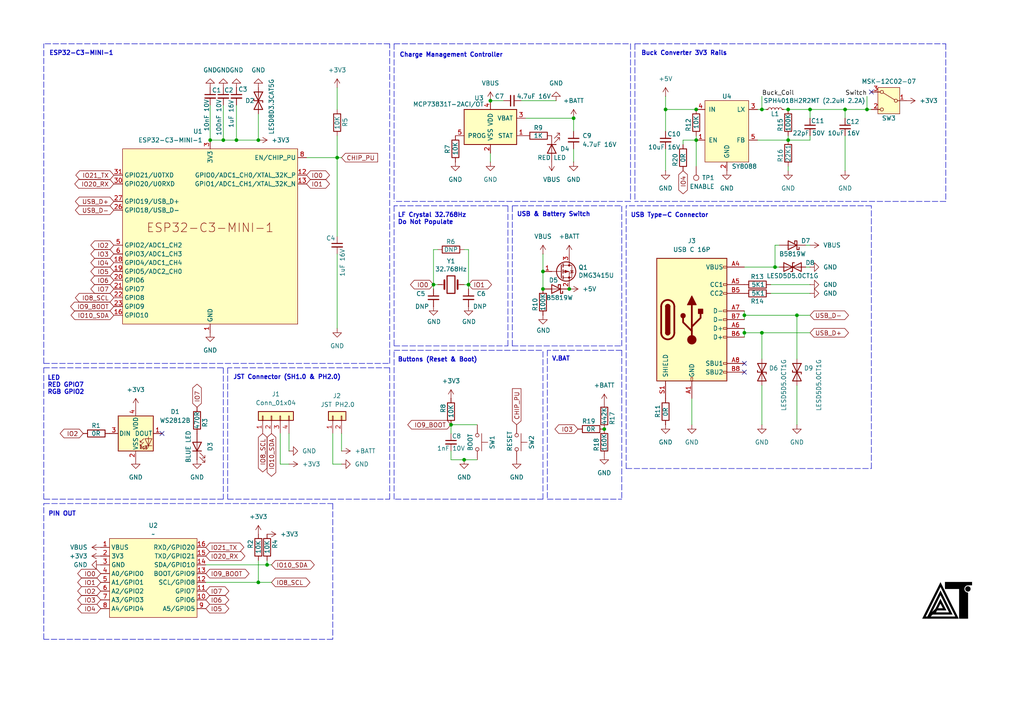
<source format=kicad_sch>
(kicad_sch (version 20231120) (generator "eeschema") (generator_version "8.0")
  (paper "A4")
  (title_block (title "esp-unit-c3-v3") (date "2025-05-04") (rev "3.0"))
  (junction (at 224.79 77.47))
  (junction (at 60.96 40.64))
  (junction (at 193.04 31.75))
  (junction (at 231.14 91.44))
  (junction (at 74.93 40.64))
  (junction (at 234.95 31.75))
  (junction (at 64.77 40.64))
  (junction (at 175.26 124.46))
  (junction (at 215.9 91.44))
  (junction (at 97.79 45.72))
  (junction (at 251.46 31.75))
  (junction (at 134.62 133.35))
  (junction (at 220.98 31.75))
  (junction (at 142.24 29.21))
  (junction (at 166.37 34.29))
  (junction (at 245.11 31.75))
  (junction (at 68.58 40.64))
  (junction (at 77.47 163.83))
  (junction (at 220.98 96.52))
  (junction (at 215.9 96.52))
  (junction (at 157.48 83.82))
  (junction (at 228.6 31.75))
  (junction (at 201.93 31.75))
  (junction (at 125.73 82.55))
  (junction (at 130.81 123.19))
  (junction (at 228.6 40.64))
  (junction (at 165.1 83.82))
  (junction (at 135.89 82.55))
  (junction (at 201.93 40.64))
  (junction (at 74.93 168.91))
  (junction (at 157.48 78.74))
  (no_connect (at 215.9 107.95))
  (no_connect (at 252.73 26.67))
  (no_connect (at 46.99 125.73))
  (no_connect (at 215.9 105.41))
  (wire (pts (xy 193.04 38.1) (xy 193.04 31.75)))
  (wire (pts (xy 224.79 77.47) (xy 226.06 77.47)))
  (wire (pts (xy 220.98 31.75) (xy 222.25 31.75)))
  (wire (pts (xy 251.46 27.94) (xy 251.46 31.75)))
  (wire (pts (xy 231.14 91.44) (xy 234.95 91.44)))
  (wire (pts (xy 74.93 40.64) (xy 74.93 33.02)))
  (polyline (pts (xy 12.7 105.41) (xy 12.7 12.7)) (stroke (width 0) (type dash)))
  (wire (pts (xy 99.06 134.62) (xy 96.52 134.62)))
  (wire (pts (xy 228.6 49.53) (xy 228.6 48.26)))
  (wire (pts (xy 234.95 71.12) (xy 233.68 71.12)))
  (wire (pts (xy 234.95 39.37) (xy 234.95 40.64)))
  (wire (pts (xy 146.05 29.21) (xy 142.24 29.21)))
  (wire (pts (xy 231.14 91.44) (xy 215.9 91.44)))
  (wire (pts (xy 234.95 34.29) (xy 234.95 31.75)))
  (polyline (pts (xy 12.7 105.41) (xy 113.03 105.41)) (stroke (width 0) (type dash)))
  (polyline (pts (xy 182.88 58.42) (xy 114.3 58.42)) (stroke (width 0) (type dash)))
  (polyline (pts (xy 157.48 144.78) (xy 114.3 144.78)) (stroke (width 0) (type dash)))
  (polyline (pts (xy 252.73 59.69) (xy 181.61 59.69)) (stroke (width 0) (type dash)))
  (wire (pts (xy 157.48 78.74) (xy 157.48 83.82)))
  (wire (pts (xy 77.47 163.83) (xy 78.74 163.83)))
  (wire (pts (xy 193.04 31.75) (xy 201.93 31.75)))
  (wire (pts (xy 157.48 73.66) (xy 157.48 78.74)))
  (wire (pts (xy 234.95 31.75) (xy 245.11 31.75)))
  (wire (pts (xy 130.81 123.19) (xy 130.81 125.73)))
  (wire (pts (xy 74.93 162.56) (xy 74.93 168.91)))
  (wire (pts (xy 220.98 123.19) (xy 220.98 111.76)))
  (polyline (pts (xy 12.7 146.05) (xy 96.52 146.05)) (stroke (width 0) (type dash)))
  (polyline (pts (xy 147.32 59.69) (xy 114.3 59.69)) (stroke (width 0) (type dash)))
  (wire (pts (xy 215.9 96.52) (xy 220.98 96.52)))
  (wire (pts (xy 220.98 96.52) (xy 220.98 104.14)))
  (wire (pts (xy 228.6 39.37) (xy 228.6 40.64)))
  (wire (pts (xy 81.28 134.62) (xy 81.28 125.73)))
  (wire (pts (xy 193.04 27.94) (xy 193.04 31.75)))
  (wire (pts (xy 97.79 95.25) (xy 97.79 73.66)))
  (wire (pts (xy 83.82 125.73) (xy 83.82 130.81)))
  (polyline (pts (xy 158.75 144.78) (xy 180.34 144.78)) (stroke (width 0) (type dash)))
  (polyline (pts (xy 148.59 100.33) (xy 148.59 59.69)) (stroke (width 0) (type dash)))
  (wire (pts (xy 228.6 40.64) (xy 219.71 40.64)))
  (wire (pts (xy 99.06 130.81) (xy 99.06 125.73)))
  (polyline (pts (xy 12.7 185.42) (xy 12.7 146.05)) (stroke (width 0) (type dash)))
  (wire (pts (xy 166.37 38.1) (xy 166.37 34.29)))
  (wire (pts (xy 97.79 25.4) (xy 97.79 31.75)))
  (wire (pts (xy 215.9 96.52) (xy 215.9 97.79)))
  (polyline (pts (xy 113.03 106.68) (xy 66.04 106.68)) (stroke (width 0) (type dash)))
  (wire (pts (xy 135.89 82.55) (xy 134.62 82.55)))
  (polyline (pts (xy 181.61 135.89) (xy 252.73 135.89)) (stroke (width 0) (type dash)))
  (wire (pts (xy 215.9 77.47) (xy 224.79 77.47)))
  (wire (pts (xy 215.9 90.17) (xy 215.9 91.44)))
  (wire (pts (xy 215.9 95.25) (xy 215.9 96.52)))
  (polyline (pts (xy 148.59 100.33) (xy 180.34 100.33)) (stroke (width 0) (type dash)))
  (wire (pts (xy 166.37 46.99) (xy 166.37 43.18)))
  (polyline (pts (xy 147.32 100.33) (xy 147.32 59.69)) (stroke (width 0) (type dash)))
  (polyline (pts (xy 96.52 185.42) (xy 12.7 185.42)) (stroke (width 0) (type dash)))
  (polyline (pts (xy 113.03 144.78) (xy 113.03 106.68)) (stroke (width 0) (type dash)))
  (polyline (pts (xy 181.61 135.89) (xy 181.61 59.69)) (stroke (width 0) (type dash)))
  (wire (pts (xy 251.46 31.75) (xy 252.73 31.75)))
  (wire (pts (xy 77.47 163.83) (xy 59.69 163.83)))
  (wire (pts (xy 125.73 72.39) (xy 125.73 82.55)))
  (polyline (pts (xy 184.15 12.7) (xy 184.15 58.42)) (stroke (width 0) (type dash)))
  (polyline (pts (xy 114.3 100.33) (xy 147.32 100.33)) (stroke (width 0) (type dash)))
  (wire (pts (xy 198.12 40.64) (xy 201.93 40.64)))
  (polyline (pts (xy 113.03 105.41) (xy 113.03 12.7)) (stroke (width 0) (type dash)))
  (wire (pts (xy 231.14 111.76) (xy 231.14 123.19)))
  (polyline (pts (xy 274.32 58.42) (xy 184.15 58.42)) (stroke (width 0) (type dash)))
  (wire (pts (xy 245.11 49.53) (xy 245.11 39.37)))
  (wire (pts (xy 130.81 123.19) (xy 138.43 123.19)))
  (wire (pts (xy 198.12 41.91) (xy 198.12 40.64)))
  (wire (pts (xy 127 72.39) (xy 125.73 72.39)))
  (wire (pts (xy 88.9 45.72) (xy 97.79 45.72)))
  (wire (pts (xy 77.47 162.56) (xy 77.47 163.83)))
  (wire (pts (xy 201.93 39.37) (xy 201.93 40.64)))
  (wire (pts (xy 220.98 27.94) (xy 220.98 31.75)))
  (wire (pts (xy 97.79 39.37) (xy 97.79 45.72)))
  (polyline (pts (xy 157.48 144.78) (xy 157.48 101.6)) (stroke (width 0) (type dash)))
  (polyline (pts (xy 66.04 106.68) (xy 66.04 144.78)) (stroke (width 0) (type dash)))
  (wire (pts (xy 220.98 96.52) (xy 234.95 96.52)))
  (wire (pts (xy 83.82 134.62) (xy 81.28 134.62)))
  (wire (pts (xy 245.11 31.75) (xy 251.46 31.75)))
  (wire (pts (xy 234.95 82.55) (xy 223.52 82.55)))
  (wire (pts (xy 245.11 31.75) (xy 245.11 34.29)))
  (polyline (pts (xy 96.52 146.05) (xy 96.52 185.42)) (stroke (width 0) (type dash)))
  (wire (pts (xy 134.62 72.39) (xy 135.89 72.39)))
  (wire (pts (xy 228.6 31.75) (xy 227.33 31.75)))
  (polyline (pts (xy 12.7 144.78) (xy 12.7 106.68)) (stroke (width 0) (type dash)))
  (polyline (pts (xy 114.3 12.7) (xy 114.3 58.42)) (stroke (width 0) (type dash)))
  (polyline (pts (xy 114.3 144.78) (xy 114.3 101.6)) (stroke (width 0) (type dash)))
  (polyline (pts (xy 180.34 101.6) (xy 158.75 101.6)) (stroke (width 0) (type dash)))
  (wire (pts (xy 231.14 104.14) (xy 231.14 91.44)))
  (wire (pts (xy 142.24 46.99) (xy 142.24 44.45)))
  (polyline (pts (xy 158.75 101.6) (xy 158.75 144.78)) (stroke (width 0) (type dash)))
  (wire (pts (xy 234.95 85.09) (xy 223.52 85.09)))
  (polyline (pts (xy 180.34 101.6) (xy 180.34 144.78)) (stroke (width 0) (type dash)))
  (wire (pts (xy 234.95 77.47) (xy 233.68 77.47)))
  (polyline (pts (xy 180.34 100.33) (xy 180.34 59.69)) (stroke (width 0) (type dash)))
  (wire (pts (xy 193.04 49.53) (xy 193.04 43.18)))
  (wire (pts (xy 224.79 71.12) (xy 224.79 77.47)))
  (polyline (pts (xy 184.15 12.7) (xy 274.32 12.7)) (stroke (width 0) (type dash)))
  (wire (pts (xy 125.73 82.55) (xy 127 82.55)))
  (polyline (pts (xy 274.32 12.7) (xy 274.32 58.42)) (stroke (width 0) (type dash)))
  (wire (pts (xy 161.29 29.21) (xy 151.13 29.21)))
  (wire (pts (xy 60.96 40.64) (xy 64.77 40.64)))
  (wire (pts (xy 64.77 40.64) (xy 68.58 40.64)))
  (wire (pts (xy 201.93 48.26) (xy 201.93 40.64)))
  (wire (pts (xy 59.69 168.91) (xy 74.93 168.91)))
  (wire (pts (xy 125.73 83.82) (xy 125.73 82.55)))
  (polyline (pts (xy 148.59 59.69) (xy 180.34 59.69)) (stroke (width 0) (type dash)))
  (polyline (pts (xy 66.04 144.78) (xy 113.03 144.78)) (stroke (width 0) (type dash)))
  (wire (pts (xy 234.95 40.64) (xy 228.6 40.64)))
  (polyline (pts (xy 252.73 135.89) (xy 252.73 59.69)) (stroke (width 0) (type dash)))
  (wire (pts (xy 224.79 71.12) (xy 226.06 71.12)))
  (wire (pts (xy 74.93 168.91) (xy 78.74 168.91)))
  (wire (pts (xy 234.95 31.75) (xy 228.6 31.75)))
  (wire (pts (xy 138.43 133.35) (xy 134.62 133.35)))
  (wire (pts (xy 68.58 40.64) (xy 74.93 40.64)))
  (wire (pts (xy 135.89 72.39) (xy 135.89 82.55)))
  (wire (pts (xy 60.96 30.48) (xy 60.96 40.64)))
  (polyline (pts (xy 113.03 12.7) (xy 12.7 12.7)) (stroke (width 0) (type dash)))
  (wire (pts (xy 135.89 83.82) (xy 135.89 82.55)))
  (polyline (pts (xy 64.77 144.78) (xy 12.7 144.78)) (stroke (width 0) (type dash)))
  (polyline (pts (xy 114.3 59.69) (xy 114.3 100.33)) (stroke (width 0) (type dash)))
  (polyline (pts (xy 182.88 12.7) (xy 182.88 58.42)) (stroke (width 0) (type dash)))
  (wire (pts (xy 219.71 31.75) (xy 220.98 31.75)))
  (wire (pts (xy 97.79 68.58) (xy 97.79 45.72)))
  (wire (pts (xy 215.9 91.44) (xy 215.9 92.71)))
  (wire (pts (xy 130.81 133.35) (xy 130.81 130.81)))
  (wire (pts (xy 64.77 30.48) (xy 64.77 40.64)))
  (wire (pts (xy 200.66 123.19) (xy 200.66 115.57)))
  (polyline (pts (xy 114.3 101.6) (xy 157.48 101.6)) (stroke (width 0) (type dash)))
  (wire (pts (xy 134.62 133.35) (xy 130.81 133.35)))
  (polyline (pts (xy 114.3 12.7) (xy 182.88 12.7)) (stroke (width 0) (type dash)))
  (wire (pts (xy 97.79 45.72) (xy 99.06 45.72)))
  (polyline (pts (xy 64.77 106.68) (xy 64.77 144.78)) (stroke (width 0) (type dash)))
  (wire (pts (xy 68.58 30.48) (xy 68.58 40.64)))
  (wire (pts (xy 96.52 134.62) (xy 96.52 125.73)))
  (wire (pts (xy 166.37 34.29) (xy 152.4 34.29)))
  (polyline (pts (xy 12.7 106.68) (xy 64.77 106.68)) (stroke (width 0) (type dash)))
  (image (at 274.32 173.99) (scale 0.359998))
  (text "LED\nRED GPIO7\nRGB GPIO2" (at 13.716 114.554 0) (effects (font (size 1.27 1.27) (thickness 0.254) (bold yes)) (justify left bottom)))
  (text "LF Crystal 32.768Hz \nDo Not Populate" (at 115.316 65.278 0) (effects (font (size 1.27 1.27) (thickness 0.254) (bold yes)) (justify left bottom)))
  (text "JST Connector (SH1.0 & PH2.0)\n" (at 67.564 110.236 0) (effects (font (size 1.27 1.27) (thickness 0.254) (bold yes)) (justify left bottom)))
  (text "Charge Management Controller" (at 115.824 16.764 0) (effects (font (size 1.27 1.27) (thickness 0.254) (bold yes)) (justify left bottom)))
  (text "PIN OUT\n" (at 13.97 149.86 0) (effects (font (size 1.27 1.27) (thickness 0.254) (bold yes)) (justify left bottom)))
  (text "Buck Converter 3V3 Rails" (at 185.928 16.256 0) (effects (font (size 1.27 1.27) (thickness 0.254) (bold yes)) (justify left bottom)))
  (text "USB & Battery Switch" (at 149.86 62.992 0) (effects (font (size 1.27 1.27) (thickness 0.254) (bold yes)) (justify left bottom)))
  (text "Buttons (Reset & Boot)" (at 115.316 105.156 0) (effects (font (size 1.27 1.27) (thickness 0.254) (bold yes)) (justify left bottom)))
  (text "V.BAT" (at 160.02 104.902 0) (effects (font (size 1.27 1.27) (thickness 0.254) (bold yes)) (justify left bottom)))
  (text "USB Type-C Connector" (at 182.88 63.246 0) (effects (font (size 1.27 1.27) (thickness 0.254) (bold yes)) (justify left bottom)))
  (text "ESP32-C3-MINI-1\n" (at 14.224 16.256 0) (effects (font (size 1.27 1.27) (thickness 0.254) (bold yes)) (justify left bottom)))
  (label "Buck_Coil" (at 220.98 27.94 0))
  (label "Switch" (at 251.46 27.94 180))
  (global_label "IO4" (shape bidirectional) (at 198.12 49.53 270) (property "Intersheetrefs" "${INTERSHEET_REFS}" (effects (hide yes))))
  (global_label "IO7" (shape bidirectional) (at 59.69 171.45 0) (property "Intersheetrefs" "${INTERSHEET_REFS}" (effects (hide yes))))
  (global_label "USB_D+" (shape bidirectional) (at 234.95 96.52 0) (property "Intersheetrefs" "${INTERSHEET_REFS}" (effects (hide yes))))
  (global_label "CHIP_PU" (shape input) (at 99.06 45.72 0) (property "Intersheetrefs" "${INTERSHEET_REFS}" (effects (hide yes))))
  (global_label "IO5" (shape bidirectional) (at 59.69 176.53 0) (property "Intersheetrefs" "${INTERSHEET_REFS}" (effects (hide yes))))
  (global_label "IO10_SDA" (shape bidirectional) (at 78.74 163.83 0) (property "Intersheetrefs" "${INTERSHEET_REFS}" (effects (hide yes))))
  (global_label "IO10_SDA" (shape bidirectional) (at 33.02 91.44 180) (property "Intersheetrefs" "${INTERSHEET_REFS}" (effects (hide yes))))
  (global_label "IO8_SCL" (shape bidirectional) (at 76.2 125.73 270) (property "Intersheetrefs" "${INTERSHEET_REFS}" (effects (hide yes))))
  (global_label "IO21_TX" (shape bidirectional) (at 33.02 50.8 180) (property "Intersheetrefs" "${INTERSHEET_REFS}" (effects (hide yes))))
  (global_label "IO3" (shape bidirectional) (at 33.02 73.66 180) (property "Intersheetrefs" "${INTERSHEET_REFS}" (effects (hide yes))))
  (global_label "IO20_RX" (shape bidirectional) (at 59.69 161.29 0) (property "Intersheetrefs" "${INTERSHEET_REFS}" (effects (hide yes))))
  (global_label "IO2" (shape bidirectional) (at 33.02 71.12 180) (property "Intersheetrefs" "${INTERSHEET_REFS}" (effects (hide yes))))
  (global_label "IO9_BOOT" (shape bidirectional) (at 33.02 88.9 180) (property "Intersheetrefs" "${INTERSHEET_REFS}" (effects (hide yes))))
  (global_label "IO1" (shape bidirectional) (at 29.21 168.91 180) (property "Intersheetrefs" "${INTERSHEET_REFS}" (effects (hide yes))))
  (global_label "CHIP_PU" (shape input) (at 149.86 123.19 90) (property "Intersheetrefs" "${INTERSHEET_REFS}" (effects (hide yes))))
  (global_label "IO0" (shape bidirectional) (at 29.21 166.37 180) (property "Intersheetrefs" "${INTERSHEET_REFS}" (effects (hide yes))))
  (global_label "IO0" (shape bidirectional) (at 125.73 82.55 180) (property "Intersheetrefs" "${INTERSHEET_REFS}" (effects (hide yes))))
  (global_label "USB_D-" (shape bidirectional) (at 234.95 91.44 0) (property "Intersheetrefs" "${INTERSHEET_REFS}" (effects (hide yes))))
  (global_label "IO3" (shape bidirectional) (at 167.64 124.46 180) (property "Intersheetrefs" "${INTERSHEET_REFS}" (effects (hide yes))))
  (global_label "IO10_SDA" (shape bidirectional) (at 78.74 125.73 270) (property "Intersheetrefs" "${INTERSHEET_REFS}" (effects (hide yes))))
  (global_label "IO4" (shape bidirectional) (at 29.21 176.53 180) (property "Intersheetrefs" "${INTERSHEET_REFS}" (effects (hide yes))))
  (global_label "IO1" (shape bidirectional) (at 135.89 82.55 0) (property "Intersheetrefs" "${INTERSHEET_REFS}" (effects (hide yes))))
  (global_label "IO9_BOOT" (shape bidirectional) (at 130.81 123.19 180) (property "Intersheetrefs" "${INTERSHEET_REFS}" (effects (hide yes))))
  (global_label "IO7" (shape bidirectional) (at 33.02 83.82 180) (property "Intersheetrefs" "${INTERSHEET_REFS}" (effects (hide yes))))
  (global_label "IO9_BOOT" (shape bidirectional) (at 59.69 166.37 0) (property "Intersheetrefs" "${INTERSHEET_REFS}" (effects (hide yes))))
  (global_label "IO8_SCL" (shape bidirectional) (at 33.02 86.36 180) (property "Intersheetrefs" "${INTERSHEET_REFS}" (effects (hide yes))))
  (global_label "USB_D-" (shape bidirectional) (at 33.02 60.96 180) (property "Intersheetrefs" "${INTERSHEET_REFS}" (effects (hide yes))))
  (global_label "IO5" (shape bidirectional) (at 33.02 78.74 180) (property "Intersheetrefs" "${INTERSHEET_REFS}" (effects (hide yes))))
  (global_label "IO8_SCL" (shape bidirectional) (at 78.74 168.91 0) (property "Intersheetrefs" "${INTERSHEET_REFS}" (effects (hide yes))))
  (global_label "IO3" (shape bidirectional) (at 29.21 173.99 180) (property "Intersheetrefs" "${INTERSHEET_REFS}" (effects (hide yes))))
  (global_label "IO4" (shape bidirectional) (at 33.02 76.2 180) (property "Intersheetrefs" "${INTERSHEET_REFS}" (effects (hide yes))))
  (global_label "IO21_TX" (shape bidirectional) (at 59.69 158.75 0) (property "Intersheetrefs" "${INTERSHEET_REFS}" (effects (hide yes))))
  (global_label "USB_D+" (shape bidirectional) (at 33.02 58.42 180) (property "Intersheetrefs" "${INTERSHEET_REFS}" (effects (hide yes))))
  (global_label "IO7" (shape bidirectional) (at 57.15 118.11 90) (property "Intersheetrefs" "${INTERSHEET_REFS}" (effects (hide yes))))
  (global_label "IO6" (shape bidirectional) (at 59.69 173.99 0) (property "Intersheetrefs" "${INTERSHEET_REFS}" (effects (hide yes))))
  (global_label "IO1" (shape bidirectional) (at 88.9 53.34 0) (property "Intersheetrefs" "${INTERSHEET_REFS}" (effects (hide yes))))
  (global_label "IO20_RX" (shape bidirectional) (at 33.02 53.34 180) (property "Intersheetrefs" "${INTERSHEET_REFS}" (effects (hide yes))))
  (global_label "IO6" (shape bidirectional) (at 33.02 81.28 180) (property "Intersheetrefs" "${INTERSHEET_REFS}" (effects (hide yes))))
  (global_label "IO2" (shape bidirectional) (at 29.21 171.45 180) (property "Intersheetrefs" "${INTERSHEET_REFS}" (effects (hide yes))))
  (global_label "IO2" (shape bidirectional) (at 24.13 125.73 180) (property "Intersheetrefs" "${INTERSHEET_REFS}" (effects (hide yes))))
  (global_label "IO0" (shape bidirectional) (at 88.9 50.8 0) (property "Intersheetrefs" "${INTERSHEET_REFS}" (effects (hide yes))))
  (symbol (lib_id "power:GND") (at 234.95 85.09 90) (unit 1)
    (property "Reference" "#PWR045" (effects (hide yes)))
    (property "Value" "GND" (at 238.76 85.0899 90) (effects (justify right)))
    (property "Description" "Power symbol creates a global label with name \"GND\" , ground" (effects (hide yes)))
  )
  (symbol (lib_id "Device:C_Small") (at 135.89 86.36 0) (unit 1) (in_bom no)
    (property "Reference" "C6" (at 138.2268 85.1916 0) (effects (justify left)))
    (property "Value" "DNP" (at 137.16 88.9 0) (effects (justify left)))
    (property "Footprint" "Capacitor_SMD:C_0402_1005Metric" (effects (hide yes)))
  )
  (symbol (lib_id "power:+3V3") (at 83.82 134.62 270) (unit 1)
    (property "Reference" "#PWR015" (effects (hide yes)))
    (property "Value" "+3V3" (at 87.63 134.6199 90) (effects (justify left)))
    (property "Description" "Power symbol creates a global label with name \"+3V3\"" (effects (hide yes)))
  )
  (symbol (lib_id "power:GND") (at 228.6 49.53 0) (unit 1)
    (property "Reference" "#PWR040" (effects (hide yes)))
    (property "Value" "GND" (at 228.6 54.61 0))
    (property "Description" "Power symbol creates a global label with name \"GND\" , ground" (effects (hide yes)))
  )
  (symbol (lib_id "Device:C_Small") (at 148.59 29.21 270) (unit 1)
    (property "Reference" "C7" (at 143.51 27.94 90) (effects (justify left)))
    (property "Value" "4.7uF 16V" (at 149.86 27.94 90) (effects (justify left)))
    (property "Footprint" "Capacitor_SMD:C_0603_1608Metric" (effects (hide yes)))
    (property "LCSC" "C19666" (effects (hide yes)))
  )
  (symbol (lib_id "Device:R") (at 171.45 124.46 90) (unit 1)
    (property "Reference" "R19" (at 172.72 122.174 90) (effects (justify left)))
    (property "Value" "0R" (at 172.72 124.46 90) (effects (justify left)))
    (property "Footprint" "Resistor_SMD:R_0402_1005Metric" (effects (hide yes)))
    (property "Description" "Resistor" (effects (hide yes)))
    (property "LCSC" "C17168" (effects (hide yes)))
  )
  (symbol (lib_id "power:VBUS") (at 160.02 46.99 180) (unit 1)
    (property "Reference" "#PWR027" (effects (hide yes)))
    (property "Value" "VBUS" (at 160.02 52.07 0))
    (property "Description" "Power symbol creates a global label with name \"VBUS\"" (effects (hide yes)))
  )
  (symbol (lib_id "Connector_Generic:Conn_01x02") (at 96.52 120.65 90) (unit 1)
    (property "Reference" "J2" (at 96.52 114.808 90) (effects (justify right)))
    (property "Value" "JST PH2.0" (at 92.964 117.348 90) (effects (justify right)))
    (property "Footprint" "DeltaT32:JST_PH2.0" (effects (hide yes)))
    (property "Description" "Generic connector, single row, 01x02, script generated (kicad-library-utils/schlib/autogen/connector/)" (effects (hide yes)))
  )
  (symbol (lib_id "Device:R") (at 175.26 120.65 0) (mirror x) (unit 1)
    (property "Reference" "R17" (at 177.546 119.38 90) (effects (justify left)))
    (property "Value" "442K" (at 175.26 118.11 90) (effects (justify left)))
    (property "Footprint" "Resistor_SMD:R_0805_2012Metric" (effects (hide yes)))
    (property "Description" "Resistor" (effects (hide yes)))
  )
  (symbol (lib_id "Device:R") (at 228.6 44.45 180) (unit 1)
    (property "Reference" "R16" (at 226.314 43.18 90) (effects (justify left)))
    (property "Value" "22K1" (at 228.6 41.91 90) (effects (justify left)))
    (property "Footprint" "Resistor_SMD:R_0402_1005Metric" (effects (hide yes)))
    (property "Description" "Resistor" (effects (hide yes)))
    (property "LCSC" "C43473" (effects (hide yes)))
  )
  (symbol (lib_id "power:+3V3") (at 130.81 115.57 0) (unit 1)
    (property "Reference" "#PWR023" (effects (hide yes)))
    (property "Value" "+3V3" (at 130.81 110.49 0))
    (property "Description" "Power symbol creates a global label with name \"+3V3\"" (effects (hide yes)))
  )
  (symbol (lib_id "Device:D_TVS") (at 229.87 77.47 0) (unit 1)
    (property "Reference" "D8" (at 234.95 76.2 0))
    (property "Value" "LESD5D5.0CT1G" (at 229.87 80.01 0))
    (property "Footprint" "Diode_SMD:D_SOD-523" (effects (hide yes)))
    (property "LCSC" "C383211" (effects (hide yes)))
  )
  (symbol (lib_id "Device:D_TVS") (at 220.98 107.95 270) (unit 1)
    (property "Reference" "D6" (at 223.012 106.7816 90) (effects (justify left)))
    (property "Value" "LESD5D5.0CT1G" (at 227.33 104.14 0) (effects (justify left)))
    (property "Footprint" "Diode_SMD:D_SOD-523" (effects (hide yes)))
    (property "LCSC" "C383211" (effects (hide yes)))
  )
  (symbol (lib_id "Switch:SW_Push") (at 149.86 128.27 270) (unit 1)
    (property "Reference" "SW2" (at 154.178 126.238 0) (effects (justify left)))
    (property "Value" "RESET" (at 147.828 124.968 0) (effects (justify left)))
    (property "Footprint" "Button_Switch_SMD:SW_Push_SPST_NO_Alps_SKRK" (effects (hide yes)))
    (property "Description" "Push button switch, generic, two pins" (effects (hide yes)))
  )
  (symbol (lib_id "power:GND") (at 234.95 82.55 90) (unit 1)
    (property "Reference" "#PWR044" (effects (hide yes)))
    (property "Value" "GND" (at 238.76 82.5499 90) (effects (justify right)))
    (property "Description" "Power symbol creates a global label with name \"GND\" , ground" (effects (hide yes)))
  )
  (symbol (lib_id "Connector:TestPoint") (at 201.93 48.26 0) (mirror x) (unit 1)
    (property "Reference" "TP1" (at 207.264 51.562 0) (effects (justify right)))
    (property "Value" "ENABLE" (at 207.264 54.102 0) (effects (justify right)))
    (property "Footprint" "TestPoint:TestPoint_Pad_D1.0mm" (effects (hide yes)))
    (property "Description" "test point" (effects (hide yes)))
  )
  (symbol (lib_id "power:GND") (at 60.96 25.4 180) (unit 1)
    (property "Reference" "#PWR01" (effects (hide yes)))
    (property "Value" "GND" (at 60.96 20.32 0))
    (property "Description" "Power symbol creates a global label with name \"GND\" , ground" (effects (hide yes)))
  )
  (symbol (lib_id "Device:D_TVS") (at 231.14 107.95 270) (unit 1)
    (property "Reference" "D9" (at 233.172 106.7816 90) (effects (justify left)))
    (property "Value" "LESD5D5.0CT1G" (at 237.49 104.14 0) (effects (justify left)))
    (property "Footprint" "Diode_SMD:D_SOD-523" (effects (hide yes)))
    (property "LCSC" "C383211" (effects (hide yes)))
  )
  (symbol (lib_id "power:+3V3") (at 39.37 118.11 0) (unit 1)
    (property "Reference" "#PWR03" (effects (hide yes)))
    (property "Value" "+3V3" (at 39.37 113.03 0))
    (property "Description" "Power symbol creates a global label with name \"+3V3\"" (effects (hide yes)))
  )
  (symbol (lib_id "power:+3V3") (at 97.79 25.4 0) (unit 1)
    (property "Reference" "#PWR012" (effects (hide yes)))
    (property "Value" "+3V3" (at 97.79 20.32 0))
    (property "Description" "Power symbol creates a global label with name \"+3V3\"" (effects (hide yes)))
  )
  (symbol (lib_id "Connector_Generic:Conn_01x04") (at 78.74 120.65 90) (unit 1)
    (property "Reference" "J1" (at 80.01 114.3 90))
    (property "Value" "Conn_01x04" (at 80.01 116.84 90))
    (property "Footprint" "Connector_PinHeader_1.00mm:PinHeader_1x04_P1.00mm_Vertical" (effects (hide yes)))
    (property "Description" "Generic connector, single row, 01x04, script generated (kicad-library-utils/schlib/autogen/connector/)" (effects (hide yes)))
  )
  (symbol (lib_id "Device:R") (at 228.6 35.56 180) (unit 1)
    (property "Reference" "R15" (at 226.314 34.29 90) (effects (justify left)))
    (property "Value" "100K" (at 228.6 33.02 90) (effects (justify left)))
    (property "Footprint" "Resistor_SMD:R_0402_1005Metric" (effects (hide yes)))
    (property "Description" "Resistor" (effects (hide yes)))
    (property "LCSC" "C25741" (effects (hide yes)))
  )
  (symbol (lib_id "power:GND") (at 60.96 96.52 0) (unit 1)
    (property "Reference" "#PWR02" (effects (hide yes)))
    (property "Value" "GND" (at 60.96 101.6 0))
    (property "Description" "Power symbol creates a global label with name \"GND\" , ground" (effects (hide yes)))
  )
  (symbol (lib_id "power:GND") (at 135.89 88.9 0) (unit 1)
    (property "Reference" "#PWR020" (effects (hide yes)))
    (property "Value" "GND" (at 136.017 93.2942 0))
  )
  (symbol (lib_id "Device:C_Small") (at 193.04 40.64 0) (unit 1)
    (property "Reference" "C10" (at 193.548 38.862 0) (effects (justify left)))
    (property "Value" "10uF 16V" (at 187.96 42.672 0) (effects (justify left)))
    (property "Footprint" "Capacitor_SMD:C_0805_2012Metric" (effects (hide yes)))
    (property "LCSC" "C15850" (effects (hide yes)))
  )
  (symbol (lib_id "PCM_Espressif:ESP32-C3-MINI-1") (at 60.96 68.58 0) (mirror y) (unit 1)
    (property "Reference" "U1" (at 58.7659 38.1 0) (effects (justify left)))
    (property "Value" "ESP32-C3-MINI-1" (at 58.7659 40.64 0) (effects (justify left)))
    (property "Footprint" "PCM_Espressif:ESP32-C3-MINI-1" (effects (hide yes)))
    (property "Datasheet" "https://www.espressif.com/sites/default/files/documentation/esp32-c3-mini-1_datasheet_en.pdf" (effects (hide yes)))
    (property "Description" "ESP32-C3-MINI-1 family is an ultra-low-power MCU-based SoC solution that supports 2.4 GHz Wi-Fi and Bluetooth®Low Energy (Bluetooth LE)." (effects (hide yes)))
  )
  (symbol (lib_id "power:+3V3") (at 262.89 29.21 270) (unit 1)
    (property "Reference" "#PWR047" (effects (hide yes)))
    (property "Value" "+3V3" (at 266.7 29.2099 90) (effects (justify left)))
    (property "Description" "Power symbol creates a global label with name \"+3V3\"" (effects (hide yes)))
  )
  (symbol (lib_id "power:VBUS") (at 157.48 73.66 0) (unit 1)
    (property "Reference" "#PWR024" (effects (hide yes)))
    (property "Value" "VBUS" (at 157.48 68.58 0))
    (property "Description" "Power symbol creates a global label with name \"VBUS\"" (effects (hide yes)))
  )
  (symbol (lib_id "Device:C_Small") (at 97.79 71.12 0) (mirror y) (unit 1)
    (property "Reference" "C4" (at 97.282 69.088 0) (effects (justify left)))
    (property "Value" "1uF 16V" (at 99.314 80.264 90) (effects (justify left)))
    (property "Footprint" "Capacitor_SMD:C_0402_1005Metric" (effects (hide yes)))
    (property "LCSC" "C52923" (effects (hide yes)))
  )
  (symbol (lib_id "power:GND") (at 97.79 95.25 0) (unit 1)
    (property "Reference" "#PWR013" (effects (hide yes)))
    (property "Value" "GND" (at 97.79 100.33 0))
    (property "Description" "Power symbol creates a global label with name \"GND\" , ground" (effects (hide yes)))
  )
  (symbol (lib_id "Device:R") (at 130.81 119.38 180) (unit 1)
    (property "Reference" "R8" (at 128.524 117.094 90) (effects (justify left)))
    (property "Value" "10K" (at 130.81 117.348 90) (effects (justify left)))
    (property "Footprint" "Resistor_SMD:R_0402_1005Metric" (effects (hide yes)))
    (property "Description" "Resistor" (effects (hide yes)))
    (property "LCSC" "C25744" (effects (hide yes)))
  )
  (symbol (lib_id "power:GND") (at 157.48 91.44 0) (unit 1)
    (property "Reference" "#PWR025" (effects (hide yes)))
    (property "Value" "GND" (at 157.607 95.8342 0))
  )
  (symbol (lib_id "Device:D_TVS") (at 74.93 29.21 270) (unit 1)
    (property "Reference" "D2" (at 71.12 29.21 90) (effects (justify left)))
    (property "Value" "LESD8D3.3CAT5G" (at 78.74 22.86 0) (effects (justify left)))
    (property "Footprint" "Diode_SMD:D_SOD-882" (effects (hide yes)))
    (property "LCSC" "C172409" (effects (hide yes)))
  )
  (symbol (lib_id "Device:C_Small") (at 130.81 128.27 0) (unit 1) (in_bom no)
    (property "Reference" "C8" (at 131.064 126.492 0) (effects (justify left)))
    (property "Value" "1nF 10V" (at 126.746 130.048 0) (effects (justify left)))
    (property "Footprint" "Capacitor_SMD:C_0402_1005Metric" (effects (hide yes)))
    (property "LCSC" "C1523" (effects (hide yes)))
  )
  (symbol (lib_id "power:GND") (at 99.06 134.62 90) (unit 1)
    (property "Reference" "#PWR017" (effects (hide yes)))
    (property "Value" "GND" (at 102.87 134.6199 90) (effects (justify right)))
    (property "Description" "Power symbol creates a global label with name \"GND\" , ground" (effects (hide yes)))
  )
  (symbol (lib_id "Device:R") (at 156.21 39.37 90) (unit 1)
    (property "Reference" "R9" (at 157.48 37.084 90) (effects (justify left)))
    (property "Value" "1K" (at 157.48 39.37 90) (effects (justify left)))
    (property "Footprint" "Resistor_SMD:R_0402_1005Metric" (effects (hide yes)))
    (property "Description" "Resistor" (effects (hide yes)))
    (property "LCSC" "C11702" (effects (hide yes)))
  )
  (symbol (lib_id "Switch:SW_SPDT_312") (at 257.81 29.21 0) (mirror y) (unit 1)
    (property "Reference" "SW3" (at 257.81 34.29 0))
    (property "Value" "MSK-12C02-07" (at 257.81 23.622 0))
    (property "Footprint" "DeltaT32:MSK-12C02-07" (effects (hide yes)))
    (property "Description" "Switch, single pole double throw" (effects (hide yes)))
  )
  (symbol (lib_id "Custom:DeltaT32-Board-1") (at 44.45 168.91 0) (unit 1)
    (property "Reference" "U2" (at 44.45 152.4 0))
    (property "Value" "~" (at 44.45 154.94 0))
    (property "Footprint" "DeltaT32:Delta_Board-2" (effects (hide yes)))
  )
  (symbol (lib_id "power:GND") (at 220.98 123.19 0) (unit 1)
    (property "Reference" "#PWR039" (effects (hide yes)))
    (property "Value" "GND" (at 220.98 128.27 0))
    (property "Description" "Power symbol creates a global label with name \"GND\" , ground" (effects (hide yes)))
  )
  (symbol (lib_id "power:+BATT") (at 166.37 34.29 0) (unit 1)
    (property "Reference" "#PWR031" (effects (hide yes)))
    (property "Value" "+BATT" (at 166.37 29.21 0))
    (property "Description" "Power symbol creates a global label with name \"+BATT\"" (effects (hide yes)))
  )
  (symbol (lib_id "Device:R") (at 201.93 35.56 180) (unit 1)
    (property "Reference" "R12" (at 199.644 34.29 90) (effects (justify left)))
    (property "Value" "10K" (at 201.93 33.528 90) (effects (justify left)))
    (property "Footprint" "Resistor_SMD:R_0402_1005Metric" (effects (hide yes)))
    (property "Description" "Resistor" (effects (hide yes)))
    (property "LCSC" "C25744" (effects (hide yes)))
  )
  (symbol (lib_id "Connector:USB_C_Receptacle_USB2.0_16P") (at 200.66 92.71 0) (unit 1)
    (property "Reference" "J3" (at 200.66 69.85 0))
    (property "Value" "USB C 16P" (at 200.66 72.39 0))
    (property "Footprint" "Connector_USB:USB_C_Receptacle_GCT_USB4105-xx-A_16P_TopMnt_Horizontal" (effects (hide yes)))
    (property "Datasheet" "https://www.usb.org/sites/default/files/documents/usb_type-c.zip" (effects (hide yes)))
    (property "Description" "USB 2.0-only 16P Type-C Receptacle connector" (effects (hide yes)))
  )
  (symbol (lib_id "Device:C_Small") (at 234.95 36.83 0) (unit 1)
    (property "Reference" "C11" (at 235.204 35.052 0) (effects (justify left)))
    (property "Value" "22pF 50V" (at 229.87 38.608 0) (effects (justify left)))
    (property "Footprint" "Capacitor_SMD:C_0603_1608Metric" (effects (hide yes)))
    (property "LCSC" "C1653" (effects (hide yes)))
  )
  (symbol (lib_id "Rust_Board:SY8088") (at 210.82 38.1 0) (unit 1)
    (property "Reference" "U4" (at 210.82 27.94 0))
    (property "Value" "SY8088" (at 215.9 48.26 0))
    (property "Footprint" "Package_TO_SOT_SMD:SOT-23-5" (effects (hide yes)))
    (property "LCSC" "C479072" (effects (hide yes)))
  )
  (symbol (lib_id "power:GND") (at 175.26 132.08 0) (unit 1)
    (property "Reference" "#PWR048" (effects (hide yes)))
    (property "Value" "GND" (at 175.26 137.16 0))
    (property "Description" "Power symbol creates a global label with name \"GND\" , ground" (effects (hide yes)))
  )
  (symbol (lib_id "power:GND") (at 125.73 88.9 0) (unit 1)
    (property "Reference" "#PWR018" (effects (hide yes)))
    (property "Value" "GND" (at 125.857 93.2942 0))
  )
  (symbol (lib_id "power:GND") (at 64.77 25.4 180) (unit 1)
    (property "Reference" "#PWR05" (effects (hide yes)))
    (property "Value" "GND" (at 64.77 20.32 0))
    (property "Description" "Power symbol creates a global label with name \"GND\" , ground" (effects (hide yes)))
  )
  (symbol (lib_id "Device:R") (at 27.94 125.73 90) (unit 1)
    (property "Reference" "R1" (at 29.21 123.444 90) (effects (justify left)))
    (property "Value" "0R" (at 29.21 125.73 90) (effects (justify left)))
    (property "Footprint" "Resistor_SMD:R_0402_1005Metric" (effects (hide yes)))
    (property "Description" "Resistor" (effects (hide yes)))
    (property "LCSC" "C17168" (effects (hide yes)))
  )
  (symbol (lib_id "power:GND") (at 200.66 123.19 0) (unit 1)
    (property "Reference" "#PWR037" (effects (hide yes)))
    (property "Value" "GND" (at 200.66 128.27 0))
    (property "Description" "Power symbol creates a global label with name \"GND\" , ground" (effects (hide yes)))
  )
  (symbol (lib_id "Device:R") (at 219.71 85.09 270) (mirror x) (unit 1)
    (property "Reference" "R14" (at 217.678 87.376 90) (effects (justify left)))
    (property "Value" "5K1" (at 217.932 85.09 90) (effects (justify left)))
    (property "Footprint" "Resistor_SMD:R_0402_1005Metric" (effects (hide yes)))
    (property "Description" "Resistor" (effects (hide yes)))
    (property "LCSC" "C25905" (effects (hide yes)))
  )
  (symbol (lib_id "power:+BATT") (at 175.26 116.84 0) (unit 1)
    (property "Reference" "#PWR049" (effects (hide yes)))
    (property "Value" "+BATT" (at 175.26 111.76 0))
    (property "Description" "Power symbol creates a global label with name \"+BATT\"" (effects (hide yes)))
  )
  (symbol (lib_id "power:GND") (at 142.24 46.99 0) (unit 1)
    (property "Reference" "#PWR022" (effects (hide yes)))
    (property "Value" "GND" (at 142.24 52.07 0))
    (property "Description" "Power symbol creates a global label with name \"GND\" , ground" (effects (hide yes)))
  )
  (symbol (lib_id "Device:C_Small") (at 245.11 36.83 0) (unit 1)
    (property "Reference" "C12" (at 245.364 35.306 0) (effects (justify left)))
    (property "Value" "10uF 16V" (at 240.03 38.608 0) (effects (justify left)))
    (property "Footprint" "Capacitor_SMD:C_0805_2012Metric" (effects (hide yes)))
    (property "LCSC" "C15850" (effects (hide yes)))
  )
  (symbol (lib_id "Device:Crystal") (at 130.81 82.55 0) (unit 1) (in_bom no)
    (property "Reference" "Y1" (at 130.81 75.7428 0))
    (property "Value" "32.768Hz" (at 130.81 78.0542 0))
    (property "Footprint" "Crystal:Crystal_SMD_3215-2Pin_3.2x1.5mm" (effects (hide yes)))
  )
  (symbol (lib_id "Device:C_Small") (at 64.77 27.94 0) (unit 1)
    (property "Reference" "C2" (at 65.024 26.162 0) (effects (justify left)))
    (property "Value" "100nF 10V" (at 63.5 39.37 90) (effects (justify left)))
    (property "Footprint" "Capacitor_SMD:C_0402_1005Metric" (effects (hide yes)))
    (property "LCSC" "C1525" (effects (hide yes)))
  )
  (symbol (lib_id "power:GND") (at 193.04 123.19 0) (unit 1)
    (property "Reference" "#PWR036" (effects (hide yes)))
    (property "Value" "GND" (at 193.04 128.27 0))
    (property "Description" "Power symbol creates a global label with name \"GND\" , ground" (effects (hide yes)))
  )
  (symbol (lib_id "power:GND") (at 68.58 25.4 180) (unit 1)
    (property "Reference" "#PWR06" (effects (hide yes)))
    (property "Value" "GND" (at 68.58 20.32 0))
    (property "Description" "Power symbol creates a global label with name \"GND\" , ground" (effects (hide yes)))
  )
  (symbol (lib_id "power:GND") (at 134.62 133.35 0) (unit 1)
    (property "Reference" "#PWR026" (effects (hide yes)))
    (property "Value" "GND" (at 134.62 138.43 0))
    (property "Description" "Power symbol creates a global label with name \"GND\" , ground" (effects (hide yes)))
  )
  (symbol (lib_id "power:GND") (at 149.86 133.35 0) (unit 1)
    (property "Reference" "#PWR033" (effects (hide yes)))
    (property "Value" "GND" (at 149.86 138.43 0))
    (property "Description" "Power symbol creates a global label with name \"GND\" , ground" (effects (hide yes)))
  )
  (symbol (lib_id "power:+5V") (at 193.04 27.94 0) (unit 1)
    (property "Reference" "#PWR034" (effects (hide yes)))
    (property "Value" "+5V" (at 193.04 22.86 0))
    (property "Description" "Power symbol creates a global label with name \"+5V\"" (effects (hide yes)))
  )
  (symbol (lib_id "Device:R") (at 97.79 35.56 0) (unit 1)
    (property "Reference" "R5" (at 100.076 36.83 90) (effects (justify left)))
    (property "Value" "10K" (at 97.79 37.592 90) (effects (justify left)))
    (property "Footprint" "Resistor_SMD:R_0402_1005Metric" (effects (hide yes)))
    (property "Description" "Resistor" (effects (hide yes)))
    (property "LCSC" "C25744" (effects (hide yes)))
  )
  (symbol (lib_id "power:GND") (at 161.29 29.21 180) (unit 1)
    (property "Reference" "#PWR028" (effects (hide yes)))
    (property "Value" "GND" (at 161.29 24.13 0))
    (property "Description" "Power symbol creates a global label with name \"GND\" , ground" (effects (hide yes)))
  )
  (symbol (lib_id "Device:R") (at 74.93 158.75 180) (unit 1)
    (property "Reference" "R2" (at 72.644 156.464 90) (effects (justify left)))
    (property "Value" "10K" (at 74.93 156.718 90) (effects (justify left)))
    (property "Footprint" "Resistor_SMD:R_0402_1005Metric" (effects (hide yes)))
    (property "Description" "Resistor" (effects (hide yes)))
    (property "LCSC" "C25744" (effects (hide yes)))
  )
  (symbol (lib_id "Device:R") (at 193.04 119.38 180) (unit 1)
    (property "Reference" "R11" (at 190.754 117.348 90) (effects (justify left)))
    (property "Value" "0R" (at 193.04 118.11 90) (effects (justify left)))
    (property "Footprint" "Resistor_SMD:R_0402_1005Metric" (effects (hide yes)))
    (property "Description" "Resistor" (effects (hide yes)))
    (property "LCSC" "C17168" (effects (hide yes)))
  )
  (symbol (lib_id "Device:C_Small") (at 125.73 86.36 0) (mirror y) (unit 1) (in_bom no)
    (property "Reference" "C5" (at 123.3932 85.1916 0) (effects (justify left)))
    (property "Value" "DNP" (at 124.46 88.9 0) (effects (justify left)))
    (property "Footprint" "Capacitor_SMD:C_0402_1005Metric" (effects (hide yes)))
  )
  (symbol (lib_id "power:GND") (at 210.82 49.53 0) (unit 1)
    (property "Reference" "#PWR038" (effects (hide yes)))
    (property "Value" "GND" (at 210.82 54.61 0))
    (property "Description" "Power symbol creates a global label with name \"GND\" , ground" (effects (hide yes)))
  )
  (symbol (lib_id "Transistor_FET:DMG2301L") (at 162.56 78.74 0) (unit 1)
    (property "Reference" "Q1" (at 167.7416 77.5716 0) (effects (justify left)))
    (property "Value" "DMG3415U" (at 167.7416 79.883 0) (effects (justify left)))
    (property "Footprint" "Package_TO_SOT_SMD:SOT-23" (effects (hide yes)))
    (property "Datasheet" "https://www.diodes.com/assets/Datasheets/DMG2301L.pdf" (effects (hide yes)))
    (property "LCSC" "C96616" (effects (hide yes)))
  )
  (symbol (lib_id "Device:R") (at 157.48 87.63 180) (unit 1)
    (property "Reference" "R10" (at 155.194 86.36 90) (effects (justify left)))
    (property "Value" "100K" (at 157.48 85.09 90) (effects (justify left)))
    (property "Footprint" "Resistor_SMD:R_0402_1005Metric" (effects (hide yes)))
    (property "Description" "Resistor" (effects (hide yes)))
    (property "LCSC" "C25741" (effects (hide yes)))
  )
  (symbol (lib_id "LED:WS2812B-2020") (at 39.37 125.73 0) (unit 1)
    (property "Reference" "D1" (at 50.8 119.4114 0))
    (property "Value" "WS2812B" (at 50.8 121.9514 0))
    (property "Footprint" "LED_SMD:LED_WS2812B-2020_PLCC4_2.0x2.0mm" (effects (hide yes)))
    (property "Datasheet" "https://cdn-shop.adafruit.com/product-files/4684/4684_WS2812B-2020_V1.3_EN.pdf" (effects (hide yes)))
    (property "Description" "RGB LED with integrated controller, 2.0 x 2.0 mm, 12 mA" (effects (hide yes)))
  )
  (symbol (lib_id "power:GND") (at 245.11 49.53 0) (unit 1)
    (property "Reference" "#PWR046" (effects (hide yes)))
    (property "Value" "GND" (at 245.11 54.61 0))
    (property "Description" "Power symbol creates a global label with name \"GND\" , ground" (effects (hide yes)))
  )
  (symbol (lib_id "Device:LED") (at 160.02 43.18 90) (mirror x) (unit 1)
    (property "Reference" "D4" (at 163.83 43.18 90))
    (property "Value" "RED LED" (at 160.02 45.72 90))
    (property "Footprint" "LED_SMD:LED_0603_1608Metric" (effects (hide yes)))
    (property "LCSC" "C2286" (effects (hide yes)))
  )
  (symbol (lib_id "power:+5V") (at 165.1 83.82 270) (unit 1)
    (property "Reference" "#PWR030" (effects (hide yes)))
    (property "Value" "+5V" (at 168.91 83.8199 90) (effects (justify left)))
    (property "Description" "Power symbol creates a global label with name \"+5V\"" (effects (hide yes)))
  )
  (symbol (lib_id "power:+BATT") (at 165.1 73.66 0) (unit 1)
    (property "Reference" "#PWR029" (effects (hide yes)))
    (property "Value" "+BATT" (at 165.1 68.58 0))
    (property "Description" "Power symbol creates a global label with name \"+BATT\"" (effects (hide yes)))
  )
  (symbol (lib_id "Device:R") (at 130.81 72.39 90) (unit 1)
    (property "Reference" "R6" (at 132.08 70.104 90) (effects (justify left)))
    (property "Value" "DNP" (at 132.842 72.39 90) (effects (justify left)))
    (property "Footprint" "Resistor_SMD:R_0402_1005Metric" (effects (hide yes)))
    (property "Description" "Resistor" (effects (hide yes)))
  )
  (symbol (lib_id "Device:L_Small") (at 224.79 31.75 90) (unit 1)
    (property "Reference" "L1" (at 224.79 33.02 90))
    (property "Value" "SPH4018H2R2MT (2.2uH 2.2A)" (at 236.22 29.21 90))
    (property "Footprint" "Inductor_SMD:L_Bourns-SRN4018" (effects (hide yes)))
    (property "LCSC" "C370436" (effects (hide yes)))
  )
  (symbol (lib_id "power:GND") (at 132.08 46.99 0) (unit 1)
    (property "Reference" "#PWR019" (effects (hide yes)))
    (property "Value" "GND" (at 132.08 52.07 0))
    (property "Description" "Power symbol creates a global label with name \"GND\" , ground" (effects (hide yes)))
  )
  (symbol (lib_id "power:GND") (at 29.21 163.83 270) (unit 1)
    (property "Reference" "#PWR011" (effects (hide yes)))
    (property "Value" "GND" (at 25.4 163.8299 90) (effects (justify right)))
    (property "Description" "Power symbol creates a global label with name \"GND\" , ground" (effects (hide yes)))
  )
  (symbol (lib_id "Battery_Management:MCP73831-2-OT") (at 142.24 36.83 0) (unit 1)
    (property "Reference" "U3" (at 138.938 28.448 0))
    (property "Value" "MCP73831T-2ACI/OT" (at 130.048 30.226 0))
    (property "Footprint" "Package_TO_SOT_SMD:SOT-23-5" (effects (hide yes)))
    (property "Datasheet" "http://ww1.microchip.com/downloads/en/DeviceDoc/20001984g.pdf" (effects (hide yes)))
    (property "LCSC" "C424093" (effects (hide yes)))
  )
  (symbol (lib_id "power:+3V3") (at 77.47 154.94 270) (unit 1)
    (property "Reference" "#PWR052" (effects (hide yes)))
    (property "Value" "+3V3" (at 81.28 154.9399 90) (effects (justify left)))
    (property "Description" "Power symbol creates a global label with name \"+3V3\"" (effects (hide yes)))
  )
  (symbol (lib_id "power:GND") (at 83.82 130.81 90) (unit 1)
    (property "Reference" "#PWR014" (effects (hide yes)))
    (property "Value" "GND" (at 87.63 130.8099 90) (effects (justify right)))
    (property "Description" "Power symbol creates a global label with name \"GND\" , ground" (effects (hide yes)))
  )
  (symbol (lib_id "power:GND") (at 57.15 133.35 0) (unit 1)
    (property "Reference" "#PWR09" (effects (hide yes)))
    (property "Value" "GND" (at 57.15 138.43 0))
    (property "Description" "Power symbol creates a global label with name \"GND\" , ground" (effects (hide yes)))
  )
  (symbol (lib_id "power:GND") (at 231.14 123.19 0) (unit 1)
    (property "Reference" "#PWR041" (effects (hide yes)))
    (property "Value" "GND" (at 231.14 128.27 0))
    (property "Description" "Power symbol creates a global label with name \"GND\" , ground" (effects (hide yes)))
  )
  (symbol (lib_id "Device:C_Small") (at 68.58 27.94 0) (unit 1)
    (property "Reference" "C3" (at 69.088 25.908 0) (effects (justify left)))
    (property "Value" "1uF 16V" (at 67.056 37.084 90) (effects (justify left)))
    (property "Footprint" "Capacitor_SMD:C_0402_1005Metric" (effects (hide yes)))
    (property "LCSC" "C52923" (effects (hide yes)))
  )
  (symbol (lib_id "power:GND") (at 234.95 77.47 90) (unit 1)
    (property "Reference" "#PWR043" (effects (hide yes)))
    (property "Value" "GND" (at 238.76 77.4699 90) (effects (justify right)))
    (property "Description" "Power symbol creates a global label with name \"GND\" , ground" (effects (hide yes)))
  )
  (symbol (lib_id "Switch:SW_Push") (at 138.43 128.27 270) (unit 1)
    (property "Reference" "SW1" (at 142.748 126.238 0) (effects (justify left)))
    (property "Value" "BOOT" (at 136.398 125.73 0) (effects (justify left)))
    (property "Footprint" "Button_Switch_SMD:SW_Push_SPST_NO_Alps_SKRK" (effects (hide yes)))
    (property "Description" "Push button switch, generic, two pins" (effects (hide yes)))
  )
  (symbol (lib_id "power:GND") (at 166.37 46.99 0) (unit 1)
    (property "Reference" "#PWR032" (effects (hide yes)))
    (property "Value" "GND" (at 166.37 52.07 0))
    (property "Description" "Power symbol creates a global label with name \"GND\" , ground" (effects (hide yes)))
  )
  (symbol (lib_id "power:VBUS") (at 234.95 71.12 270) (unit 1)
    (property "Reference" "#PWR042" (effects (hide yes)))
    (property "Value" "VBUS" (at 238.76 71.1199 90) (effects (justify left)))
    (property "Description" "Power symbol creates a global label with name \"VBUS\"" (effects (hide yes)))
  )
  (symbol (lib_id "power:GND") (at 74.93 25.4 180) (unit 1)
    (property "Reference" "#PWR07" (effects (hide yes)))
    (property "Value" "GND" (at 74.93 20.32 0))
    (property "Description" "Power symbol creates a global label with name \"GND\" , ground" (effects (hide yes)))
  )
  (symbol (lib_id "Device:R") (at 198.12 45.72 180) (unit 1)
    (property "Reference" "R20" (at 195.834 44.45 90) (effects (justify left)))
    (property "Value" "0R" (at 198.12 44.45 90) (effects (justify left)))
    (property "Footprint" "Resistor_SMD:R_0402_1005Metric" (effects (hide yes)))
    (property "Description" "Resistor" (effects (hide yes)))
    (property "LCSC" "C17168" (effects (hide yes)))
  )
  (symbol (lib_id "Device:C_Small") (at 60.96 27.94 0) (unit 1)
    (property "Reference" "C1" (at 61.468 26.162 0) (effects (justify left)))
    (property "Value" "10nF 10V" (at 59.944 38.1 90) (effects (justify left)))
    (property "Footprint" "Capacitor_SMD:C_0402_1005Metric" (effects (hide yes)))
    (property "LCSC" "C15195" (effects (hide yes)))
  )
  (symbol (lib_id "Device:R") (at 219.71 82.55 270) (unit 1)
    (property "Reference" "R13" (at 217.678 80.264 90) (effects (justify left)))
    (property "Value" "5K1" (at 217.932 82.55 90) (effects (justify left)))
    (property "Footprint" "Resistor_SMD:R_0402_1005Metric" (effects (hide yes)))
    (property "Description" "Resistor" (effects (hide yes)))
    (property "LCSC" "C25905" (effects (hide yes)))
  )
  (symbol (lib_id "power:+3V3") (at 29.21 161.29 90) (unit 1)
    (property "Reference" "#PWR051" (effects (hide yes)))
    (property "Value" "+3V3" (at 25.4 161.2899 90) (effects (justify left)))
    (property "Description" "Power symbol creates a global label with name \"+3V3\"" (effects (hide yes)))
  )
  (symbol (lib_id "power:GND") (at 193.04 49.53 0) (unit 1)
    (property "Reference" "#PWR035" (effects (hide yes)))
    (property "Value" "GND" (at 193.04 54.61 0))
    (property "Description" "Power symbol creates a global label with name \"GND\" , ground" (effects (hide yes)))
  )
  (symbol (lib_id "Device:R") (at 57.15 121.92 0) (unit 1)
    (property "Reference" "R3" (at 59.436 123.952 90) (effects (justify left)))
    (property "Value" "470R" (at 57.15 124.46 90) (effects (justify left)))
    (property "Footprint" "Resistor_SMD:R_0402_1005Metric" (effects (hide yes)))
    (property "Description" "Resistor" (effects (hide yes)))
    (property "LCSC" "C25117" (effects (hide yes)))
  )
  (symbol (lib_id "Device:C_Small") (at 166.37 40.64 0) (unit 1)
    (property "Reference" "C9" (at 168.91 39.37 0) (effects (justify left)))
    (property "Value" "4.7uF 16V" (at 168.91 41.91 0) (effects (justify left)))
    (property "Footprint" "Capacitor_SMD:C_0603_1608Metric" (effects (hide yes)))
    (property "LCSC" "C19666" (effects (hide yes)))
  )
  (symbol (lib_id "Device:D_Schottky") (at 229.87 71.12 180) (unit 1)
    (property "Reference" "D7" (at 233.68 69.85 0))
    (property "Value" "B5819W" (at 229.87 73.66 0))
    (property "Footprint" "Diode_SMD:D_SOD-123" (effects (hide yes)))
    (property "LCSC" "C8598" (effects (hide yes)))
  )
  (symbol (lib_id "Device:R") (at 77.47 158.75 0) (mirror x) (unit 1)
    (property "Reference" "R4" (at 79.756 156.464 90) (effects (justify left)))
    (property "Value" "10K" (at 77.47 156.718 90) (effects (justify left)))
    (property "Footprint" "Resistor_SMD:R_0402_1005Metric" (effects (hide yes)))
    (property "Description" "Resistor" (effects (hide yes)))
    (property "LCSC" "C25744" (effects (hide yes)))
  )
  (symbol (lib_id "power:+3V3") (at 74.93 154.94 0) (unit 1)
    (property "Reference" "#PWR010" (effects (hide yes)))
    (property "Value" "+3V3" (at 74.93 149.86 0))
    (property "Description" "Power symbol creates a global label with name \"+3V3\"" (effects (hide yes)))
  )
  (symbol (lib_id "power:VBUS") (at 142.24 29.21 0) (unit 1)
    (property "Reference" "#PWR021" (effects (hide yes)))
    (property "Value" "VBUS" (at 142.24 24.13 0))
    (property "Description" "Power symbol creates a global label with name \"VBUS\"" (effects (hide yes)))
  )
  (symbol (lib_id "power:+3V3") (at 74.93 40.64 270) (unit 1)
    (property "Reference" "#PWR08" (effects (hide yes)))
    (property "Value" "+3V3" (at 78.74 40.6399 90) (effects (justify left)))
    (property "Description" "Power symbol creates a global label with name \"+3V3\"" (effects (hide yes)))
  )
  (symbol (lib_id "Device:LED") (at 57.15 129.54 90) (unit 1)
    (property "Reference" "D3" (at 60.96 129.54 0))
    (property "Value" "BLUE LED" (at 54.61 129.54 0))
    (property "Footprint" "LED_SMD:LED_0603_1608Metric" (effects (hide yes)))
    (property "LCSC" "C2286" (effects (hide yes)))
  )
  (symbol (lib_id "power:GND") (at 39.37 133.35 0) (unit 1)
    (property "Reference" "#PWR04" (effects (hide yes)))
    (property "Value" "GND" (at 39.37 138.43 0))
    (property "Description" "Power symbol creates a global label with name \"GND\" , ground" (effects (hide yes)))
  )
  (symbol (lib_id "power:VBUS") (at 29.21 158.75 90) (unit 1)
    (property "Reference" "#PWR050" (effects (hide yes)))
    (property "Value" "VBUS" (at 25.4 158.7499 90) (effects (justify left)))
    (property "Description" "Power symbol creates a global label with name \"VBUS\"" (effects (hide yes)))
  )
  (symbol (lib_id "Device:R") (at 175.26 128.27 180) (unit 1)
    (property "Reference" "R18" (at 172.974 127 90) (effects (justify left)))
    (property "Value" "160K" (at 175.26 125.73 90) (effects (justify left)))
    (property "Footprint" "Resistor_SMD:R_0805_2012Metric" (effects (hide yes)))
    (property "Description" "Resistor" (effects (hide yes)))
  )
  (symbol (lib_id "power:+BATT") (at 99.06 130.81 270) (unit 1)
    (property "Reference" "#PWR016" (effects (hide yes)))
    (property "Value" "+BATT" (at 102.87 130.8099 90) (effects (justify left)))
    (property "Description" "Power symbol creates a global label with name \"+BATT\"" (effects (hide yes)))
  )
  (symbol (lib_id "Device:D_Schottky") (at 161.29 83.82 180) (unit 1)
    (property "Reference" "D5" (at 160.528 81.28 0))
    (property "Value" "B5819W" (at 162.306 86.36 0))
    (property "Footprint" "Diode_SMD:D_SOD-123" (effects (hide yes)))
    (property "LCSC" "C8598" (effects (hide yes)))
  )
  (symbol (lib_id "Device:R") (at 132.08 43.18 180) (unit 1)
    (property "Reference" "R7" (at 129.794 41.91 90) (effects (justify left)))
    (property "Value" "10K" (at 132.08 41.148 90) (effects (justify left)))
    (property "Footprint" "Resistor_SMD:R_0402_1005Metric" (effects (hide yes)))
    (property "Description" "Resistor" (effects (hide yes)))
    (property "LCSC" "C25744" (effects (hide yes)))
  )
)
</source>
